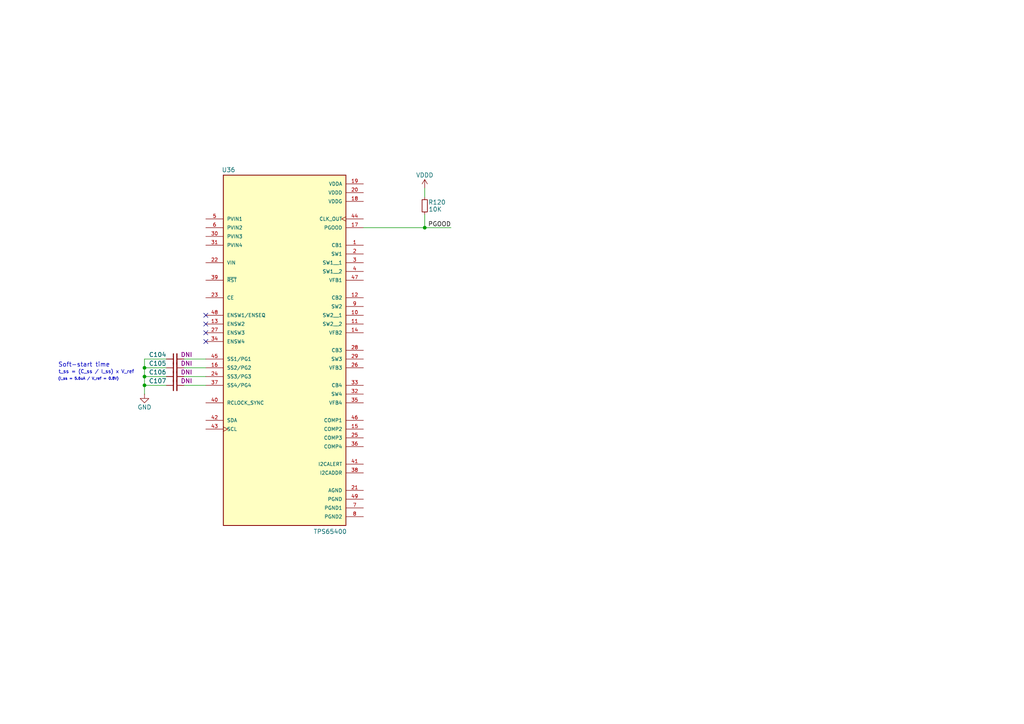
<source format=kicad_sch>
(kicad_sch (version 20231120) (generator "eeschema") (generator_version "8.0")
  (paper "A4")
  (lib_symbols
    (symbol "Device:C_Small" (pin_numbers hide) (pin_names (offset 0.254) hide)
      (property "Reference" "C" (at 0.254 1.778 0))
      (property "Value" "C_Small" (at 0.254 -2.032 0))
      (symbol "C_Small_0_1"
        (polyline (pts (xy -1.524 -0.508) (xy 1.524 -0.508)) (stroke (width 0.3302)))
        (polyline (pts (xy -1.524 0.508) (xy 1.524 0.508)) (stroke (width 0.3048)))
      )
      (symbol "C_Small_1_1"
        (pin passive line (at 0 2.54 270) (length 2.032) (name "~") (number "1"))
        (pin passive line (at 0 -2.54 90) (length 2.032) (name "~") (number "2"))
      )
    )
    (symbol "Device:R_Small" (pin_numbers hide) (pin_names (offset 0.254) hide)
      (property "Reference" "R" (at 0.762 0.508 0))
      (property "Value" "R_Small" (at 0.762 -1.016 0))
      (symbol "R_Small_0_1"
        (rectangle (start -0.762 1.778) (end 0.762 -1.778) (stroke (width 0.2032)))
      )
      (symbol "R_Small_1_1"
        (pin passive line (at 0 2.54 270) (length 0.762) (name "~") (number "1"))
        (pin passive line (at 0 -2.54 90) (length 0.762) (name "~") (number "2"))
      )
    )
    (symbol "PiCubed:TPS65400RGZT" (pin_names (offset 1.016))
      (property "Reference" "U" (at -17.78 46.72 0))
      (property "Value" "TPS65400RGZT" (at -17.78 -58.42 0))
      (symbol "TPS65400RGZT_0_0"
        (rectangle (start -17.78 -55.88) (end 17.78 45.72) (stroke (width 0.254)) (fill (type background)))
        (pin passive line (at 22.86 25.4 180) (length 5.08) (name "CB1") (number "1"))
        (pin output line (at 22.86 5.08 180) (length 5.08) (name "SW2__1") (number "10"))
        (pin output line (at 22.86 2.54 180) (length 5.08) (name "SW2__2") (number "11"))
        (pin passive line (at 22.86 10.16 180) (length 5.08) (name "CB2") (number "12"))
        (pin input line (at -22.86 2.54 0) (length 5.08) (name "ENSW2") (number "13"))
        (pin input line (at 22.86 0 180) (length 5.08) (name "VFB2") (number "14"))
        (pin output line (at 22.86 -27.94 180) (length 5.08) (name "COMP2") (number "15"))
        (pin bidirectional line (at -22.86 -10.16 0) (length 5.08) (name "SS2/PG2") (number "16"))
        (pin output line (at 22.86 30.48 180) (length 5.08) (name "PGOOD") (number "17"))
        (pin power_in line (at 22.86 38.1 180) (length 5.08) (name "VDDG") (number "18"))
        (pin power_in line (at 22.86 43.18 180) (length 5.08) (name "VDDA") (number "19"))
        (pin output line (at 22.86 22.86 180) (length 5.08) (name "SW1") (number "2"))
        (pin power_in line (at 22.86 40.64 180) (length 5.08) (name "VDDD") (number "20"))
        (pin power_in line (at 22.86 -45.72 180) (length 5.08) (name "AGND") (number "21"))
        (pin input line (at -22.86 20.32 0) (length 5.08) (name "VIN") (number "22"))
        (pin input line (at -22.86 10.16 0) (length 5.08) (name "CE") (number "23"))
        (pin bidirectional line (at -22.86 -12.7 0) (length 5.08) (name "SS3/PG3") (number "24"))
        (pin output line (at 22.86 -30.48 180) (length 5.08) (name "COMP3") (number "25"))
        (pin input line (at 22.86 -10.16 180) (length 5.08) (name "VFB3") (number "26"))
        (pin input line (at -22.86 0 0) (length 5.08) (name "ENSW3") (number "27"))
        (pin passive line (at 22.86 -5.08 180) (length 5.08) (name "CB3") (number "28"))
        (pin output line (at 22.86 -7.62 180) (length 5.08) (name "SW3") (number "29"))
        (pin output line (at 22.86 20.32 180) (length 5.08) (name "SW1__1") (number "3"))
        (pin input line (at -22.86 27.94 0) (length 5.08) (name "PVIN3") (number "30"))
        (pin input line (at -22.86 25.4 0) (length 5.08) (name "PVIN4") (number "31"))
        (pin output line (at 22.86 -17.78 180) (length 5.08) (name "SW4") (number "32"))
        (pin passive line (at 22.86 -15.24 180) (length 5.08) (name "CB4") (number "33"))
        (pin input line (at -22.86 -2.54 0) (length 5.08) (name "ENSW4") (number "34"))
        (pin input line (at 22.86 -20.32 180) (length 5.08) (name "VFB4") (number "35"))
        (pin output line (at 22.86 -33.02 180) (length 5.08) (name "COMP4") (number "36"))
        (pin bidirectional line (at -22.86 -15.24 0) (length 5.08) (name "SS4/PG4") (number "37"))
        (pin bidirectional line (at 22.86 -40.64 180) (length 5.08) (name "I2CADDR") (number "38"))
        (pin input line (at -22.86 15.24 0) (length 5.08) (name "~{RST}") (number "39"))
        (pin output line (at 22.86 17.78 180) (length 5.08) (name "SW1__2") (number "4"))
        (pin input line (at -22.86 -20.32 0) (length 5.08) (name "RCLOCK_SYNC") (number "40"))
        (pin output line (at 22.86 -38.1 180) (length 5.08) (name "I2CALERT") (number "41"))
        (pin bidirectional line (at -22.86 -25.4 0) (length 5.08) (name "SDA") (number "42"))
        (pin input clock (at -22.86 -27.94 0) (length 5.08) (name "SCL") (number "43"))
        (pin output clock (at 22.86 33.02 180) (length 5.08) (name "CLK_OUT") (number "44"))
        (pin bidirectional line (at -22.86 -7.62 0) (length 5.08) (name "SS1/PG1") (number "45"))
        (pin output line (at 22.86 -25.4 180) (length 5.08) (name "COMP1") (number "46"))
        (pin input line (at 22.86 15.24 180) (length 5.08) (name "VFB1") (number "47"))
        (pin input line (at -22.86 5.08 0) (length 5.08) (name "ENSW1/ENSEQ") (number "48"))
        (pin power_in line (at 22.86 -48.26 180) (length 5.08) (name "PGND") (number "49"))
        (pin input line (at -22.86 33.02 0) (length 5.08) (name "PVIN1") (number "5"))
        (pin input line (at -22.86 30.48 0) (length 5.08) (name "PVIN2") (number "6"))
        (pin power_in line (at 22.86 -50.8 180) (length 5.08) (name "PGND1") (number "7"))
        (pin power_in line (at 22.86 -53.34 180) (length 5.08) (name "PGND2") (number "8"))
        (pin output line (at 22.86 7.62 180) (length 5.08) (name "SW2") (number "9"))
      )
    )
    (symbol "mainboard:IRLML2803TRPBF" (pin_names (offset 1.016))
      (property "Reference" "Q" (at -11.43 1.27 0))
      (property "Value" "IRLML2803TRPBF" (at -11.43 3.81 0))
      (symbol "IRLML2803TRPBF_1_0"
        (polyline (pts (xy 0 2.54) (xy 0 -2.54)))
        (polyline (pts (xy 0.762 -2.54) (xy 0.762 -3.175)))
        (polyline (pts (xy 0.762 -1.905) (xy 0.762 -2.54)))
        (polyline (pts (xy 0.762 0) (xy 0.762 -0.762)))
        (polyline (pts (xy 0.762 0) (xy 2.54 0)))
        (polyline (pts (xy 0.762 0.762) (xy 0.762 0)))
        (polyline (pts (xy 0.762 2.54) (xy 0.762 1.905)))
        (polyline (pts (xy 0.762 2.54) (xy 3.81 2.54)))
        (polyline (pts (xy 0.762 3.175) (xy 0.762 2.54)))
        (polyline (pts (xy 2.54 -2.54) (xy 0.762 -2.54)))
        (polyline (pts (xy 2.54 -2.54) (xy 3.81 -2.54)))
        (polyline (pts (xy 2.54 0) (xy 2.54 -2.54)))
        (polyline (pts (xy 3.302 0.508) (xy 3.81 0.508)))
        (polyline (pts (xy 3.81 -0.508) (xy 3.81 -2.54)))
        (polyline (pts (xy 3.81 0.508) (xy 3.81 -0.508)))
        (polyline (pts (xy 3.81 0.508) (xy 4.318 0.508)))
        (polyline (pts (xy 3.81 2.54) (xy 3.81 0.508)))
        (polyline (pts (xy 1.016 0) (xy 2.032 0.508) (xy 2.032 -0.508)) (fill (type outline)))
        (polyline (pts (xy 3.81 0.508) (xy 3.302 -0.254) (xy 4.318 -0.254)) (fill (type outline)))
        (circle (center 2.54 -2.54) (radius 0.254))
        (circle (center 2.54 2.54) (radius 0.254))
        (pin passive line (at -2.54 -2.54 0) (length 2.54) (name "G") (number "1"))
        (pin passive line (at 2.54 -5.08 90) (length 2.54) (name "S") (number "2"))
        (pin passive line (at 2.54 5.08 270) (length 2.54) (name "D") (number "3"))
      )
    )
    (symbol "mainboard:NDS8434" (pin_names (offset 1.016))
      (symbol "NDS8434_0_0"
        (polyline (pts (xy -7.62 -10.16) (xy -7.62 10.16)) (stroke (width 0.254)))
        (polyline (pts (xy -7.62 10.16) (xy 7.62 10.16)) (stroke (width 0.254)))
        (polyline (pts (xy 7.62 -10.16) (xy -7.62 -10.16)) (stroke (width 0.254)))
        (polyline (pts (xy 7.62 10.16) (xy 7.62 -10.16)) (stroke (width 0.254)))
        (pin bidirectional line (at -12.7 7.62 0) (length 5.08) (name "Source") (number "1"))
        (pin bidirectional line (at -12.7 2.54 0) (length 5.08) (name "Source") (number "2"))
        (pin bidirectional line (at -12.7 -2.54 0) (length 5.08) (name "Source") (number "3"))
        (pin bidirectional line (at -12.7 -7.62 0) (length 5.08) (name "Gate") (number "4"))
        (pin bidirectional line (at 12.7 7.62 180) (length 5.08) (name "Drain") (number "5"))
        (pin bidirectional line (at 12.7 2.54 180) (length 5.08) (name "Drain") (number "6"))
        (pin bidirectional line (at 12.7 -7.62 180) (length 5.08) (name "Drain") (number "7"))
        (pin bidirectional line (at 12.7 -2.54 180) (length 5.08) (name "Drain") (number "8"))
      )
    )
    (symbol "mainboard:TPS7A4501DCQT" (pin_names (offset 0.762))
      (property "Reference" "IC" (at 31.75 7.62 0))
      (property "Value" "TPS7A4501DCQT" (at 31.75 5.08 0))
      (symbol "TPS7A4501DCQT_0_0"
        (pin passive line (at 0 0 0) (length 5.08) (name "~{SHDN}") (number "1"))
        (pin input line (at 0 -2.54 0) (length 5.08) (name "IN") (number "2"))
        (pin power_in line (at 35.56 0 180) (length 5.08) (name "GND_1") (number "3"))
        (pin output line (at 0 -7.62 0) (length 5.08) (name "OUT") (number "4"))
        (pin passive line (at 0 -10.16 0) (length 5.08) (name "SENSE/ADJ") (number "5"))
        (pin power_in line (at 35.56 -2.54 180) (length 5.08) (name "GND_2") (number "6"))
      )
      (symbol "TPS7A4501DCQT_0_1"
        (polyline (pts (xy 5.08 2.54) (xy 30.48 2.54) (xy 30.48 -12.7) (xy 5.08 -12.7) (xy 5.08 2.54)) (stroke (width 0.1524)))
      )
    )
    (symbol "power:GND" (power) (pin_numbers hide) (pin_names (offset 0) hide)
      (property "Value" "GND" (at 0 -3.81 0))
      (symbol "GND_0_1"
        (polyline (pts (xy 0 0) (xy 0 -1.27) (xy 1.27 -1.27) (xy 0 -2.54) (xy -1.27 -1.27) (xy 0 -1.27)))
      )
      (symbol "GND_1_1"
        (pin power_in line (at 0 0 270) (length 0) (name "~") (number "1"))
      )
    )
    (symbol "power:VDD" (power) (pin_numbers hide) (pin_names (offset 0) hide)
      (property "Value" "VDD" (at 0 3.556 0))
      (symbol "VDD_0_1"
        (polyline (pts (xy -0.762 1.27) (xy 0 2.54)))
        (polyline (pts (xy 0 0) (xy 0 2.54)))
        (polyline (pts (xy 0 2.54) (xy 0.762 1.27)))
      )
      (symbol "VDD_1_1"
        (pin power_in line (at 0 0 90) (length 0) (name "~") (number "1"))
      )
    )
  )
  (junction (at 123.19 66.04))
  (junction (at 354.33 123.19))
  (junction (at 349.25 133.35))
  (junction (at 379.73 133.35))
  (junction (at 379.73 128.27))
  (junction (at 41.91 109.22))
  (junction (at 341.63 55.88))
  (junction (at 379.73 123.19))
  (junction (at 334.01 55.88))
  (junction (at 384.81 50.8))
  (junction (at 349.25 123.19))
  (junction (at 41.91 106.68))
  (junction (at 341.63 69.85))
  (junction (at 331.47 133.35))
  (junction (at 41.91 111.76))
  (junction (at 331.47 143.51))
  (no_connect (at 59.69 91.44))
  (no_connect (at 59.69 96.52))
  (no_connect (at 59.69 93.98))
  (no_connect (at 59.69 99.06))
  (wire (pts (xy 334.01 63.5) (xy 334.01 66.04)))
  (wire (pts (xy 105.41 66.04) (xy 123.19 66.04)))
  (wire (pts (xy 123.19 57.15) (xy 123.19 54.61)))
  (wire (pts (xy 123.19 66.04) (xy 123.19 62.23)))
  (wire (pts (xy 341.63 55.88) (xy 341.63 63.5)))
  (wire (pts (xy 123.19 66.04) (xy 130.81 66.04)))
  (wire (pts (xy 341.63 69.85) (xy 341.63 71.12)))
  (wire (pts (xy 379.73 123.19) (xy 379.73 128.27)))
  (wire (pts (xy 53.34 109.22) (xy 59.69 109.22)))
  (wire (pts (xy 341.63 50.8) (xy 347.98 50.8)))
  (wire (pts (xy 384.81 50.8) (xy 384.81 52.07)))
  (wire (pts (xy 41.91 109.22) (xy 48.26 109.22)))
  (wire (pts (xy 344.17 140.97) (xy 344.17 133.35)))
  (wire (pts (xy 341.63 68.58) (xy 341.63 69.85)))
  (wire (pts (xy 349.25 143.51) (xy 331.47 143.51)))
  (wire (pts (xy 41.91 111.76) (xy 41.91 114.3)))
  (wire (pts (xy 384.81 50.8) (xy 384.81 48.26)))
  (wire (pts (xy 349.25 123.19) (xy 349.25 125.73)))
  (wire (pts (xy 379.73 128.27) (xy 379.73 133.35)))
  (wire (pts (xy 41.91 111.76) (xy 48.26 111.76)))
  (wire (pts (xy 341.63 55.88) (xy 347.98 55.88)))
  (wire (pts (xy 384.81 48.26) (xy 383.54 48.26)))
  (wire (pts (xy 331.47 133.35) (xy 331.47 135.89)))
  (wire (pts (xy 354.33 128.27) (xy 354.33 123.19)))
  (wire (pts (xy 334.01 58.42) (xy 334.01 55.88)))
  (wire (pts (xy 383.54 50.8) (xy 384.81 50.8)))
  (wire (pts (xy 41.91 106.68) (xy 41.91 109.22)))
  (polyline (pts (xy 339.471 62.23) (xy 339.471 77.47)) (stroke (width 0) (type dash)))
  (wire (pts (xy 53.34 104.14) (xy 59.69 104.14)))
  (wire (pts (xy 331.47 133.35) (xy 336.55 133.35)))
  (polyline (pts (xy 339.471 77.47) (xy 376.428 77.47)) (stroke (width 0) (type dash)))
  (wire (pts (xy 347.98 69.85) (xy 347.98 58.42)))
  (wire (pts (xy 331.47 140.97) (xy 331.47 143.51)))
  (wire (pts (xy 326.39 133.35) (xy 331.47 133.35)))
  (wire (pts (xy 341.63 76.2) (xy 341.63 78.74)))
  (wire (pts (xy 354.33 123.19) (xy 354.33 118.11)))
  (polyline (pts (xy 376.428 62.23) (xy 339.471 62.23)) (stroke (width 0) (type dash)))
  (wire (pts (xy 41.91 104.14) (xy 48.26 104.14)))
  (wire (pts (xy 379.73 118.11) (xy 379.73 123.19)))
  (wire (pts (xy 349.25 130.81) (xy 349.25 133.35)))
  (wire (pts (xy 354.33 123.19) (xy 349.25 123.19)))
  (wire (pts (xy 41.91 106.68) (xy 48.26 106.68)))
  (wire (pts (xy 41.91 109.22) (xy 41.91 111.76)))
  (wire (pts (xy 331.47 143.51) (xy 331.47 144.78)))
  (wire (pts (xy 53.34 106.68) (xy 59.69 106.68)))
  (wire (pts (xy 326.39 55.88) (xy 334.01 55.88)))
  (wire (pts (xy 341.63 69.85) (xy 347.98 69.85)))
  (wire (pts (xy 341.63 133.35) (xy 344.17 133.35)))
  (wire (pts (xy 354.33 133.35) (xy 349.25 133.35)))
  (wire (pts (xy 334.01 55.88) (xy 341.63 55.88)))
  (polyline (pts (xy 376.428 77.47) (xy 376.428 62.23)) (stroke (width 0) (type dash)))
  (wire (pts (xy 349.25 115.57) (xy 349.25 123.19)))
  (wire (pts (xy 53.34 111.76) (xy 59.69 111.76)))
  (wire (pts (xy 337.82 115.57) (xy 349.25 115.57)))
  (wire (pts (xy 341.63 48.26) (xy 347.98 48.26)))
  (wire (pts (xy 41.91 104.14) (xy 41.91 106.68)))
  (wire (pts (xy 379.73 133.35) (xy 386.08 133.35)))
  (text "t_ss = (C_ss / I_ss) x V_ref" (at 27.94 107.95 0) (effects (font (size 1 1))))
  (text "RF Regulator" (at 332.994 31.496 0) (effects (font (size 4.572 4.572)) (justify left bottom)))
  (text "Set RF Voltage:\nVOUT=1.21*(1+R55/R59)+(3E-6*R55)\nVOUT=5V (R142=10K, R143=3.3K)\n" (at 349.25 68.58 0) (effects (font (size 0.889 0.889)) (justify left bottom)))
  (text "Soft-start time" (at 24.384 105.918 0) (effects (font (size 1.27 1.27))))
  (text "(I_ss = 5.6uA / V_ref = 0.8V)" (at 25.654 109.982 0) (effects (font (size 0.75 0.75))))
  (text "GPS Power" (at 337.566 105.664 0) (effects (font (size 4.572 4.572)) (justify left bottom)))
  (label "PGOOD" (at 130.81 66.04 180))
  (label "3.3V" (at 337.82 115.57 0))
  (hierarchical_label "V_GPS" (shape output) (at 386.08 133.35 0))
  (hierarchical_label "GPS_EN" (shape input) (at 326.39 133.35 180))
  (hierarchical_label "RF_EN" (shape input) (at 341.63 48.26 180))
  (hierarchical_label "V_RF" (shape output) (at 326.39 55.88 180))
  (hierarchical_label "BATT_P" (shape input) (at 341.63 50.8 180))
  (symbol (lib_id "Device:R_Small") (at 331.47 138.43 0) (unit 1)
    (property "Reference" "R139" (at 329.692 137.414 0) (effects (font (size 1.4986 1.4986)) (justify right)))
    (property "Value" "10K" (at 329.692 139.7 0) (effects (font (size 1.4986 1.4986)) (justify right)))
    (property "Footprint" "Resistor_SMD:R_0603_1608Metric" (effects (hide yes)))
    (property "Description" "Resistor, small symbol" (effects (hide yes)))
  )
  (symbol (lib_id "Device:C_Small") (at 50.8 109.22 90) (unit 1)
    (property "Reference" "C106" (at 45.72 107.95 90))
    (property "Value" "C_Small" (effects (hide yes)))
    (property "Description" "Unpolarized capacitor, small symbol" (effects (hide yes)))
    (property "DNI" "DNI" (at 54.102 107.95 90))
  )
  (symbol (lib_id "mainboard:NDS8434") (at 367.03 125.73 0) (unit 1)
    (property "Reference" "Q30" (at 365.76 114.3 0) (effects (justify left bottom)))
    (property "Value" "NDS8434" (at 361.95 138.43 0) (effects (justify left bottom)))
    (property "Footprint" "mainboard:NDS8434" (effects (hide yes)))
    (property "Datasheet" "https://www.onsemi.com/pdf/datasheet/nds8434-d.pdf" (effects (hide yes)))
    (property "Description" "P-Channel MOSFET" (effects (hide yes)))
    (property "Flight" "NDS8434" (effects (hide yes)))
    (property "Manufacturer_Name" "ON Semiconductor" (effects (hide yes)))
    (property "Manufacturer_Part_Number" "NDS8434" (effects (hide yes)))
    (property "Proto" "DMP2022LSS-13" (effects (hide yes)))
  )
  (symbol (lib_id "mainboard:IRLML2803TRPBF") (at 346.71 138.43 0) (unit 1)
    (property "Reference" "Q29" (at 351.282 139.192 0) (effects (font (size 1.4986 1.4986)) (justify left top)))
    (property "Value" "IRLML2803" (at 351.536 141.732 0) (effects (font (size 1.4986 1.4986)) (justify left top)))
    (property "Footprint" "mainboard:SOT-23" (effects (hide yes)))
    (property "Datasheet" "https://www.infineon.com/dgdl/irlml2803pbf.pdf?fileId=5546d462533600a4015356682aff260f" (effects (hide yes)))
    (property "Description" "Single N-Channel MOSFET" (effects (hide yes)))
    (property "Flight" "IRLML2803" (effects (hide yes)))
    (property "Manufacturer_Name" "Infineon Technologies" (effects (hide yes)))
    (property "Manufacturer_Part_Number" "IRLML2803TRPbF" (effects (hide yes)))
    (property "Proto" "2302" (effects (hide yes)))
  )
  (symbol (lib_id "Device:R_Small") (at 341.63 73.66 0) (mirror y) (unit 1)
    (property "Reference" "R143" (at 342.9 72.644 0) (effects (justify right)))
    (property "Value" "3.3K" (at 342.9 74.676 0) (effects (justify right)))
    (property "Footprint" "Resistor_SMD:R_0603_1608Metric" (effects (hide yes)))
    (property "Description" "Resistor, small symbol" (effects (hide yes)))
  )
  (symbol (lib_id "power:GND") (at 334.01 66.04 0) (unit 1)
    (property "Reference" "#PWR0153" (effects (hide yes)))
    (property "Value" "GND" (at 334.01 69.85 0))
    (property "Description" "Power symbol creates a global label with name \"GND\" , ground" (effects (hide yes)))
  )
  (symbol (lib_id "Device:R_Small") (at 123.19 59.69 180) (unit 1)
    (property "Reference" "R120" (at 126.746 58.674 0))
    (property "Value" "10K" (at 126.238 60.706 0))
    (property "Description" "Resistor, small symbol" (effects (hide yes)))
  )
  (symbol (lib_id "Device:R_Small") (at 349.25 128.27 0) (unit 1)
    (property "Reference" "R141" (at 347.98 127.254 0) (effects (font (size 1.4986 1.4986)) (justify right)))
    (property "Value" "3.3K" (at 347.98 129.54 0) (effects (font (size 1.4986 1.4986)) (justify right)))
    (property "Footprint" "Resistor_SMD:R_0603_1608Metric" (effects (hide yes)))
    (property "Description" "Resistor, small symbol" (effects (hide yes)))
  )
  (symbol (lib_id "power:GND") (at 331.47 144.78 0) (unit 1)
    (property "Reference" "#PWR0150" (effects (hide yes)))
    (property "Value" "GND" (at 331.47 148.59 0))
    (property "Description" "Power symbol creates a global label with name \"GND\" , ground" (effects (hide yes)))
  )
  (symbol (lib_id "power:VDD") (at 123.19 54.61 0) (unit 1)
    (property "Reference" "#PWR0141" (effects (hide yes)))
    (property "Value" "VDDD" (at 123.19 50.8 0))
    (property "Description" "Power symbol creates a global label with name \"VDD\"" (effects (hide yes)))
  )
  (symbol (lib_id "power:GND") (at 341.63 78.74 0) (unit 1)
    (property "Reference" "#PWR0152" (effects (hide yes)))
    (property "Value" "GND" (at 341.63 82.55 0))
    (property "Description" "Power symbol creates a global label with name \"GND\" , ground" (effects (hide yes)))
  )
  (symbol (lib_id "Device:R_Small") (at 341.63 66.04 0) (mirror y) (unit 1)
    (property "Reference" "R142" (at 342.9 65.024 0) (effects (justify right)))
    (property "Value" "10K" (at 342.9 67.056 0) (effects (justify right)))
    (property "Footprint" "Resistor_SMD:R_0603_1608Metric" (effects (hide yes)))
    (property "Description" "Resistor, small symbol" (effects (hide yes)))
  )
  (symbol (lib_id "Device:C_Small") (at 50.8 106.68 90) (unit 1)
    (property "Reference" "C105" (at 45.72 105.41 90))
    (property "Value" "C_Small" (effects (hide yes)))
    (property "Description" "Unpolarized capacitor, small symbol" (effects (hide yes)))
    (property "DNI" "DNI" (at 54.102 105.41 90))
  )
  (symbol (lib_id "power:GND") (at 384.81 52.07 0) (unit 1)
    (property "Reference" "#PWR0151" (effects (hide yes)))
    (property "Value" "GND" (at 384.81 55.88 0))
    (property "Description" "Power symbol creates a global label with name \"GND\" , ground" (effects (hide yes)))
  )
  (symbol (lib_id "Device:C_Small") (at 50.8 104.14 90) (unit 1)
    (property "Reference" "C104" (at 45.72 102.87 90))
    (property "Value" "C_Small" (effects (hide yes)))
    (property "Description" "Unpolarized capacitor, small symbol" (effects (hide yes)))
    (property "DNI" "DNI" (at 54.102 102.87 90))
  )
  (symbol (lib_id "Device:C_Small") (at 50.8 111.76 90) (unit 1)
    (property "Reference" "C107" (at 45.72 110.49 90))
    (property "Value" "C_Small" (effects (hide yes)))
    (property "Description" "Unpolarized capacitor, small symbol" (effects (hide yes)))
    (property "DNI" "DNI" (at 54.102 110.49 90))
  )
  (symbol (lib_id "PiCubed:TPS65400RGZT") (at 82.55 96.52 0) (unit 1)
    (property "Reference" "U36" (at 66.294 49.276 0))
    (property "Value" "TPS65400" (at 95.758 154.178 0))
    (property "Footprint" "TPS65400RGZT:QFN50P700X700X100-49N" (effects (hide yes)))
    (property "PARTREV" "D" (effects (hide yes)))
    (property "MANUFACTURER" "Texas Instruments" (effects (hide yes)))
    (property "MAXIMUM_PACKAGE_HEIGHT" "1 mm" (effects (hide yes)))
    (property "STANDARD" "IPC 7351B" (effects (hide yes)))
  )
  (symbol (lib_id "Device:R_Small") (at 339.09 133.35 90) (unit 1)
    (property "Reference" "R140" (at 339.09 135.636 90) (effects (font (size 1.4986 1.4986))))
    (property "Value" "4.7K" (at 339.09 137.922 90) (effects (font (size 1.4986 1.4986))))
    (property "Footprint" "Resistor_SMD:R_0603_1608Metric" (effects (hide yes)))
    (property "Description" "Resistor, small symbol" (effects (hide yes)))
  )
  (symbol (lib_id "Device:C_Small") (at 334.01 60.96 180) (unit 1)
    (property "Reference" "C114" (at 331.6986 59.7916 0) (effects (justify left)))
    (property "Value" "10uF" (at 331.6986 62.103 0) (effects (justify left)))
    (property "Footprint" "Capacitor_SMD:C_0603_1608Metric" (effects (hide yes)))
    (property "Description" "10uF +-20% 10V X5R" (effects (hide yes)))
  )
  (symbol (lib_id "mainboard:TPS7A4501DCQT") (at 347.98 48.26 0) (unit 1)
    (property "Reference" "U35" (at 365.76 41.529 0))
    (property "Value" "TPS7A4501" (at 365.76 43.8404 0))
    (property "Footprint" "mainboard:TPS7A4501DCQT" (effects (hide yes)))
    (property "Datasheet" "https://www.ti.com/lit/gpn/tps7a45" (effects (hide yes)))
    (property "Description" "Adjustable LDO" (effects (hide yes)))
    (property "Flight" "TPS7A4501DCQT" (effects (hide yes)))
    (property "Manufacturer_Name" "Texas Instruments" (effects (hide yes)))
    (property "Manufacturer_Part_Number" "TPS7A4501DCQT" (effects (hide yes)))
    (property "Proto" "TPS7A4501DCQT" (effects (hide yes)))
  )
  (symbol (lib_id "power:GND") (at 41.91 114.3 0) (unit 1)
    (property "Reference" "#PWR0140" (effects (hide yes)))
    (property "Value" "GND" (at 41.91 118.11 0))
    (property "Description" "Power symbol creates a global label with name \"GND\" , ground" (effects (hide yes)))
  )
)
</source>
